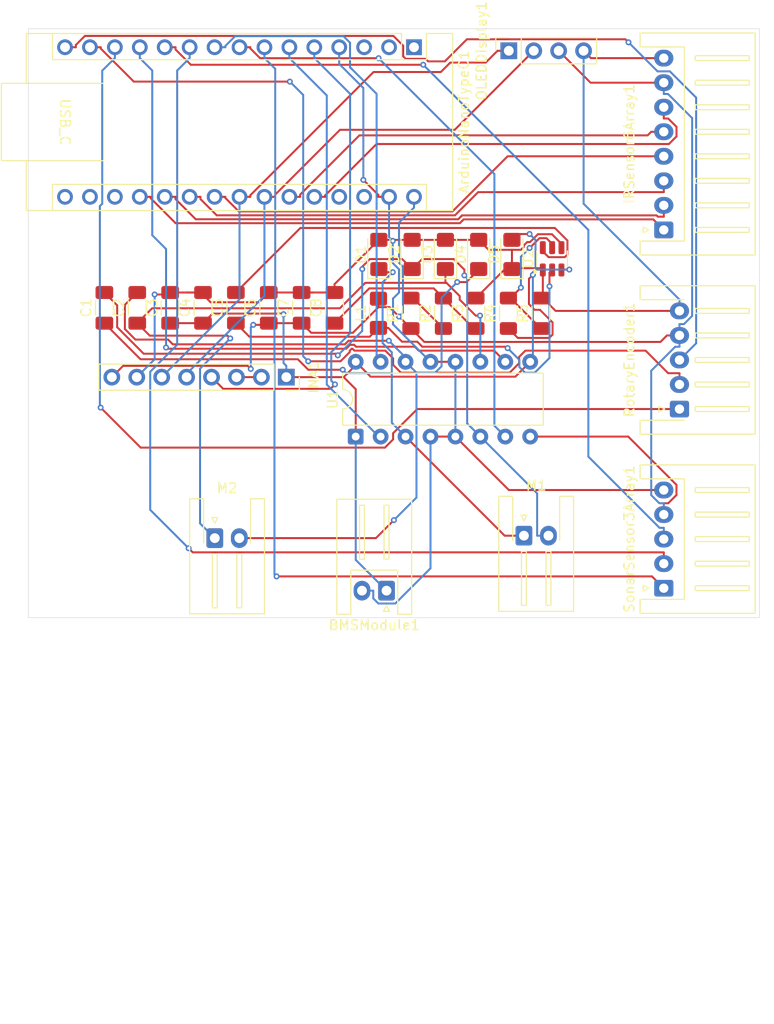
<source format=kicad_pcb>
(kicad_pcb (version 20241229) (generator "pcbnew") (generator_version "9.0")
  (layers (0 "F.Cu" signal) (2 "B.Cu" signal) (13 "F.Paste" user) (15 "B.Paste" user) (5 "F.SilkS" user "F.Silkscreen") (7 "B.SilkS" user "B.Silkscreen") (1 "F.Mask" user) (3 "B.Mask" user) (25 "Edge.Cuts" user))
  (net 0 "")
  (net 1 "/IR6")
  (net 2 "/S2")
  (net 3 "/RE_CLK")
  (net 4 "/IR5")
  (net 5 "/S3")
  (net 8 "/S1")
  (net 11 "/SCL")
  (net 12 "/RE_DT")
  (net 13 "/RE_SW")
  (net 14 "+5V")
  (net 15 "/IR3")
  (net 16 "/M2B")
  (net 18 "/M1A")
  (net 20 "GND")
  (net 21 "/IR4")
  (net 22 "/M1B")
  (net 23 "/IR2")
  (net 25 "/M2A")
  (net 26 "/IR1")
  (net 27 "/SDA")
  (net 28 "/Alert")
  (net 30 "+12V")
  (net 31 "Net-(D2-K)")
  (net 32 "Net-(D1-K)")
  (net 33 "Net-(D4-K)")
  (net 34 "Net-(D3-K)")
  (net 35 "Net-(U2-SW)")
  (net 36 "Net-(U2-BOOT)")
  (net 37 "Net-(C8-Pad1)")
  (net 38 "/12Vout")
  (net 39 "Net-(R1-Pad2)")
  (net 40 "Net-(U2-EN)")
  (footprint "Resistor_SMD:R_1206_3216Metric_Pad1.30x1.75mm_HandSolder" (layer "F.Cu") (at 142.55 53.745 90)
    (property "Reference" "R2")
    (property "Value" "100K")
  )
  (footprint "Diode_SMD:D_1206_3216Metric_Pad1.42x1.75mm_HandSolder" (layer "F.Cu") (at 139.36 47.75 90)
    (property "Reference" "D2")
    (property "Value" "1N4001")
  )
  (footprint "Connector_JST:JST_XH_S5B-XH-A-1_1x05_P2.50mm_Horizontal" (layer "F.Cu") (at 166.6 63.5 90)
    (property "Reference" "RotaryEncoder1")
    (property "Value" "~")
  )
  (footprint "Diode_SMD:D_1206_3216Metric_Pad1.42x1.75mm_HandSolder" (layer "F.Cu") (at 135.97 47.75 90)
    (property "Reference" "D1")
    (property "Value" "1N4001")
  )
  (footprint "Connector_PinSocket_2.54mm:PinSocket_1x08_P2.54mm_Vertical" (layer "F.Cu") (at 126.54 60.25 -90)
    (property "Reference" "INA1")
    (property "Value" "~")
  )
  (footprint "Capacitor_SMD:C_1206_3216Metric_Pad1.33x1.80mm_HandSolder" (layer "F.Cu") (at 108 53.1875 90)
    (property "Reference" "C1")
    (property "Value" "100nF")
  )
  (footprint "Inductor_SMD:L_1206_3216Metric_Pad1.42x1.75mm_HandSolder" (layer "F.Cu") (at 135.93 53.745 90)
    (property "Reference" "L1")
    (property "Value" "15uH")
  )
  (footprint "Capacitor_SMD:C_1206_3216Metric_Pad1.33x1.80mm_HandSolder" (layer "F.Cu") (at 131.45 53.1875 90)
    (property "Reference" "C8")
    (property "Value" "75pF")
  )
  (footprint "Capacitor_SMD:C_1206_3216Metric_Pad1.33x1.80mm_HandSolder" (layer "F.Cu") (at 124.75 53.1875 90)
    (property "Reference" "C6")
    (property "Value" "22uF")
  )
  (footprint "Connector_JST:JST_XH_S2B-XH-A_1x02_P2.50mm_Horizontal" (layer "F.Cu") (at 136.75 82 180)
    (property "Reference" "BMSModule1")
    (property "Value" "~")
  )
  (footprint "Connector_JST:JST_XH_S8B-XH-A_1x08_P2.50mm_Horizontal" (layer "F.Cu") (at 165 45.25 90)
    (property "Reference" "IRSensor6Array1")
    (property "Value" "~")
  )
  (footprint "Diode_SMD:D_1206_3216Metric_Pad1.42x1.75mm_HandSolder" (layer "F.Cu") (at 142.75 47.75 90)
    (property "Reference" "D3")
    (property "Value" "1N4001")
  )
  (footprint "Capacitor_SMD:C_1206_3216Metric_Pad1.33x1.80mm_HandSolder" (layer "F.Cu") (at 128.1 53.1875 90)
    (property "Reference" "C7")
    (property "Value" "22uF")
  )
  (footprint "Connector_JST:JST_XH_S2B-XH-A-1_1x02_P2.50mm_Horizontal" (layer "F.Cu") (at 150.75 76.4)
    (property "Reference" "M1")
    (property "Value" "Motor_DC")
  )
  (footprint "Connector_PinSocket_2.54mm:PinSocket_1x04_P2.54mm_Vertical" (layer "F.Cu") (at 149.21 27 90)
    (property "Reference" "OLEDDisplay1")
    (property "Value" "~")
  )
  (footprint "Diode_SMD:D_1206_3216Metric_Pad1.42x1.75mm_HandSolder" (layer "F.Cu") (at 146.14 47.75 90)
    (property "Reference" "D4")
    (property "Value" "1N4001")
  )
  (footprint "Resistor_SMD:R_1206_3216Metric_Pad1.30x1.75mm_HandSolder" (layer "F.Cu") (at 145.86 53.745 90)
    (property "Reference" "R3")
    (property "Value" "13.3K")
  )
  (footprint "Resistor_SMD:R_1206_3216Metric_Pad1.30x1.75mm_HandSolder" (layer "F.Cu") (at 139.24 53.745 90)
    (property "Reference" "R1")
    (property "Value" "49.9")
  )
  (footprint "Package_DIP:DIP-16_W7.62mm" (layer "F.Cu") (at 133.61 66.305 90)
    (property "Reference" "U1")
    (property "Value" "L293D")
  )
  (footprint "Resistor_SMD:R_1206_3216Metric_Pad1.30x1.75mm_HandSolder" (layer "F.Cu") (at 149.17 53.745 90)
    (property "Reference" "R4")
    (property "Value" "511K")
  )
  (footprint "Resistor_SMD:R_1206_3216Metric_Pad1.30x1.75mm_HandSolder" (layer "F.Cu") (at 152.48 53.745 90)
    (property "Reference" "R5")
    (property "Value" "105K")
  )
  (footprint "Package_TO_SOT_SMD:SOT-23-6" (layer "F.Cu") (at 153.625 48.195 90)
    (property "Reference" "U2")
    (property "Value" "TPS54202DDC")
  )
  (footprint "ArduinoNano:ArduinoNanoTypeC" (layer "F.Cu") (at 139.55 26.64 -90)
    (property "Reference" "ArduinoNanoTypeC1")
    (property "Value" "~")
  )
  (footprint "Connector_JST:JST_XH_S5B-XH-A_1x05_P2.50mm_Horizontal" (layer "F.Cu") (at 165 81.75 90)
    (property "Reference" "SonarSensor3Array1")
    (property "Value" "~")
  )
  (footprint "Capacitor_SMD:C_1206_3216Metric_Pad1.33x1.80mm_HandSolder" (layer "F.Cu") (at 111.35 53.1875 90)
    (property "Reference" "C2")
    (property "Value" "100nF")
  )
  (footprint "Capacitor_SMD:C_1206_3216Metric_Pad1.33x1.80mm_HandSolder" (layer "F.Cu") (at 121.4 53.1875 90)
    (property "Reference" "C5")
    (property "Value" "0.1uF")
  )
  (footprint "Connector_JST:JST_XH_S2B-XH-A-1_1x02_P2.50mm_Horizontal" (layer "F.Cu") (at 119.25 76.65)
    (property "Reference" "M2")
    (property "Value" "Motor_DC")
  )
  (footprint "Capacitor_SMD:C_1206_3216Metric_Pad1.33x1.80mm_HandSolder" (layer "F.Cu") (at 114.7 53.1875 90)
    (property "Reference" "C3")
    (property "Value" "10uF")
  )
  (footprint "Capacitor_SMD:C_1206_3216Metric_Pad1.33x1.80mm_HandSolder" (layer "F.Cu") (at 118.05 53.1875 90)
    (property "Reference" "C4")
    (property "Value" "0.1uF")
  )
  (footprint "Diode_SMD:D_1206_3216Metric_Pad1.42x1.75mm_HandSolder" (layer "F.Cu") (at 149.53 47.75 90)
    (property "Reference" "D5")
    (property "Value" "D")
  )
  (gr_rect (start 100.25 24.75) (end 174.75 84.75) (stroke (width 0.05)) (fill no) (layer "Edge.Cuts"))
  (segment (start 166.2981 35.7251) (end 166.2981 34.7481) (width 0.2) (layer "F.Cu") (net 1))
  (segment (start 135.734 36.5) (end 165.5232 36.5) (width 0.2) (layer "F.Cu") (net 1))
  (segment (start 165 32.75) (end 165 33.9017) (width 0.2) (layer "F.Cu") (net 1))
  (segment (start 166.2981 34.7481) (end 165.4517 33.9017) (width 0.2) (layer "F.Cu") (net 1))
  (segment (start 130.4917 41.7423) (end 135.734 36.5) (width 0.2) (layer "F.Cu") (net 1))
  (segment (start 129.39 41.88) (end 130.4917 41.88) (width 0.2) (layer "F.Cu") (net 1))
  (segment (start 165.5232 36.5) (end 166.2981 35.7251) (width 0.2) (layer "F.Cu") (net 1))
  (segment (start 130.4917 41.88) (end 130.4917 41.7423) (width 0.2) (layer "F.Cu") (net 1))
  (segment (start 165.4517 33.9017) (end 165 33.9017) (width 0.2) (layer "F.Cu") (net 1))
  (segment (start 165 78.0983) (end 116.9991 78.0983) (width 0.2) (layer "F.Cu") (net 2))
  (segment (start 165 79.25) (end 165 78.0983) (width 0.2) (layer "F.Cu") (net 2))
  (segment (start 116.9991 78.0983) (end 116.584 77.6832) (width 0.2) (layer "F.Cu") (net 2))
  (via (at 116.584 77.6832) (size 0.6) (drill 0.3) (layers "F.Cu" "B.Cu") (net 2))
  (segment (start 112.6729 73.7721) (end 112.6729 59.6984) (width 0.2) (layer "B.Cu") (net 2))
  (segment (start 112.6729 59.6984) (end 115.42 56.9513) (width 0.2) (layer "B.Cu") (net 2))
  (segment (start 116.69 26.64) (end 116.69 27.7417) (width 0.2) (layer "B.Cu") (net 2))
  (segment (start 115.42 56.9513) (end 115.42 29.0117) (width 0.2) (layer "B.Cu") (net 2))
  (segment (start 115.42 29.0117) (end 116.69 27.7417) (width 0.2) (layer "B.Cu") (net 2))
  (segment (start 116.584 77.6832) (end 112.6729 73.7721) (width 0.2) (layer "B.Cu") (net 2))
  (segment (start 136.5863 67.4272) (end 111.6975 67.4272) (width 0.2) (layer "F.Cu") (net 3))
  (segment (start 137.4201 65.9612) (end 137.4201 66.5934) (width 0.2) (layer "F.Cu") (net 3))
  (segment (start 166.6 63.5) (end 139.8813 63.5) (width 0.2) (layer "F.Cu") (net 3))
  (segment (start 137.4201 66.5934) (end 136.5863 67.4272) (width 0.2) (layer "F.Cu") (net 3))
  (segment (start 139.8813 63.5) (end 137.4201 65.9612) (width 0.2) (layer "F.Cu") (net 3))
  (segment (start 111.6975 67.4272) (end 107.62 63.3497) (width 0.2) (layer "F.Cu") (net 3))
  (via (at 107.62 63.3497) (size 0.6) (drill 0.3) (layers "F.Cu" "B.Cu") (net 3))
  (segment (start 107.5395 63.2692) (end 107.5395 42.8248) (width 0.2) (layer "B.Cu") (net 3))
  (segment (start 107.5395 42.8248) (end 107.7845 42.5798) (width 0.2) (layer "B.Cu") (net 3))
  (segment (start 107.62 63.3497) (end 107.5395 63.2692) (width 0.2) (layer "B.Cu") (net 3))
  (segment (start 107.7845 29.0272) (end 109.07 27.7417) (width 0.2) (layer "B.Cu") (net 3))
  (segment (start 107.7845 42.5798) (end 107.7845 29.0272) (width 0.2) (layer "B.Cu") (net 3))
  (segment (start 109.07 26.64) (end 109.07 27.7417) (width 0.2) (layer "B.Cu") (net 3))
  (segment (start 133.9873 35.6182) (end 163.3551 35.6182) (width 0.2) (layer "F.Cu") (net 4))
  (segment (start 165 35.25) (end 163.7233 35.25) (width 0.2) (layer "F.Cu") (net 4))
  (segment (start 163.3551 35.6182) (end 163.7233 35.25) (width 0.2) (layer "F.Cu") (net 4))
  (segment (start 127.9517 41.6538) (end 133.9873 35.6182) (width 0.2) (layer "F.Cu") (net 4))
  (segment (start 126.85 41.88) (end 127.9517 41.88) (width 0.2) (layer "F.Cu") (net 4))
  (segment (start 127.9517 41.88) (end 127.9517 41.6538) (width 0.2) (layer "F.Cu") (net 4))
  (segment (start 116.8053 28.4219) (end 115.2517 26.8683) (width 0.2) (layer "F.Cu") (net 5))
  (segment (start 114.15 26.64) (end 115.2517 26.64) (width 0.2) (layer "F.Cu") (net 5))
  (segment (start 140.488 28.4219) (end 116.8053 28.4219) (width 0.2) (layer "F.Cu") (net 5))
  (segment (start 115.2517 26.8683) (end 115.2517 26.64) (width 0.2) (layer "F.Cu") (net 5))
  (via (at 140.488 28.4219) (size 0.6) (drill 0.3) (layers "F.Cu" "B.Cu") (net 5))
  (segment (start 165 76.75) (end 165 75.5983) (width 0.2) (layer "B.Cu") (net 5))
  (segment (start 165 75.5983) (end 164.5681 75.5983) (width 0.2) (layer "B.Cu") (net 5))
  (segment (start 157.3166 45.2505) (end 140.488 28.4219) (width 0.2) (layer "B.Cu") (net 5))
  (segment (start 164.5681 75.5983) (end 157.3166 68.3468) (width 0.2) (layer "B.Cu") (net 5))
  (segment (start 157.3166 68.3468) (end 157.3166 45.2505) (width 0.2) (layer "B.Cu") (net 5))
  (segment (start 125.548 80.5499) (end 163.7999 80.5499) (width 0.2) (layer "F.Cu") (net 8))
  (segment (start 163.7999 80.5499) (end 165 81.75) (width 0.2) (layer "F.Cu") (net 8))
  (via (at 125.548 80.5499) (size 0.6) (drill 0.3) (layers "F.Cu" "B.Cu") (net 8))
  (segment (start 124.31 26.64) (end 124.31 27.7417) (width 0.2) (layer "B.Cu") (net 8))
  (segment (start 124.31 27.7417) (end 125.4117 28.8434) (width 0.2) (layer "B.Cu") (net 8))
  (segment (start 125.3299 80.3318) (end 125.548 80.5499) (width 0.2) (layer "B.Cu") (net 8))
  (segment (start 125.3299 54.406) (end 125.3299 80.3318) (width 0.2) (layer "B.Cu") (net 8))
  (segment (start 125.4117 28.8434) (end 125.4117 54.3242) (width 0.2) (layer "B.Cu") (net 8))
  (segment (start 125.4117 54.3242) (end 125.3299 54.406) (width 0.2) (layer "B.Cu") (net 8))
  (segment (start 143.7 35.05) (end 132.0134 35.05) (width 0.2) (layer "F.Cu") (net 11))
  (segment (start 132.0134 35.05) (end 125.4117 41.6517) (width 0.2) (layer "F.Cu") (net 11))
  (segment (start 125.4117 41.6517) (end 125.4117 41.88) (width 0.2) (layer "F.Cu") (net 11))
  (segment (start 151.75 27) (end 143.7 35.05) (width 0.2) (layer "F.Cu") (net 11))
  (segment (start 124.31 41.88) (end 125.4117 41.88) (width 0.2) (layer "F.Cu") (net 11))
  (segment (start 116.38 59.9024) (end 116.38 60.25) (width 0.2) (layer "B.Cu") (net 11))
  (segment (start 124.31 51.9724) (end 116.38 59.9024) (width 0.2) (layer "B.Cu") (net 11))
  (segment (start 124.31 41.88) (end 124.31 51.9724) (width 0.2) (layer "B.Cu") (net 11))
  (segment (start 132.0651 58.6353) (end 132.998 57.7024) (width 0.2) (layer "F.Cu") (net 12))
  (segment (start 137.4201 58.3374) (end 137.4201 58.9999) (width 0.2) (layer "F.Cu") (net 12))
  (segment (start 150.2616 58.8315) (end 150.2616 58.1828) (width 0.2) (layer "F.Cu") (net 12))
  (segment (start 128.7714 58.6353) (end 132.0651 58.6353) (width 0.2) (layer "F.Cu") (net 12))
  (segment (start 149.2941 59.799) (end 150.2616 58.8315) (width 0.2) (layer "F.Cu") (net 12))
  (segment (start 166.6 61) (end 166.6 59.8483) (width 0.2) (layer "F.Cu") (net 12))
  (segment (start 110.9951 30.1411) (end 126.896 30.1411) (width 0.2) (layer "F.Cu") (net 12))
  (segment (start 132.998 57.7024) (end 132.998 57.5544) (width 0.2) (layer "F.Cu") (net 12))
  (segment (start 138.2192 59.799) (end 149.2941 59.799) (width 0.2) (layer "F.Cu") (net 12))
  (segment (start 165.4483 59.8483) (end 166.6 59.8483) (width 0.2) (layer "F.Cu") (net 12))
  (segment (start 107.6317 26.7777) (end 110.9951 30.1411) (width 0.2) (layer "F.Cu") (net 12))
  (segment (start 137.4201 58.9999) (end 138.2192 59.799) (width 0.2) (layer "F.Cu") (net 12))
  (segment (start 150.8956 57.5488) (end 163.1488 57.5488) (width 0.2) (layer "F.Cu") (net 12))
  (segment (start 132.998 57.5544) (end 133.198 57.3544) (width 0.2) (layer "F.Cu") (net 12))
  (segment (start 106.53 26.64) (end 107.6317 26.64) (width 0.2) (layer "F.Cu") (net 12))
  (segment (start 133.281 57.3544) (end 133.4752 57.5486) (width 0.2) (layer "F.Cu") (net 12))
  (segment (start 133.198 57.3544) (end 133.281 57.3544) (width 0.2) (layer "F.Cu") (net 12))
  (segment (start 163.1488 57.5488) (end 165.4483 59.8483) (width 0.2) (layer "F.Cu") (net 12))
  (segment (start 150.2616 58.1828) (end 150.8956 57.5488) (width 0.2) (layer "F.Cu") (net 12))
  (segment (start 133.4752 57.5486) (end 136.6313 57.5486) (width 0.2) (layer "F.Cu") (net 12))
  (segment (start 136.6313 57.5486) (end 137.4201 58.3374) (width 0.2) (layer "F.Cu") (net 12))
  (segment (start 107.6317 26.64) (end 107.6317 26.7777) (width 0.2) (layer "F.Cu") (net 12))
  (via (at 128.7714 58.6353) (size 0.6) (drill 0.3) (layers "F.Cu" "B.Cu") (net 12))
  (via (at 126.896 30.1411) (size 0.6) (drill 0.3) (layers "F.Cu" "B.Cu") (net 12))
  (segment (start 126.896 30.1411) (end 128.2615 31.5066) (width 0.2) (layer "B.Cu") (net 12))
  (segment (start 128.2615 31.5066) (end 128.2615 58.1254) (width 0.2) (layer "B.Cu") (net 12))
  (segment (start 128.2615 58.1254) (end 128.7714 58.6353) (width 0.2) (layer "B.Cu") (net 12))
  (segment (start 161.404 26.138) (end 161.0948 25.8288) (width 0.2) (layer "F.Cu") (net 13))
  (segment (start 137.4564 25.489) (end 106.0144 25.489) (width 0.2) (layer "F.Cu") (net 13))
  (segment (start 144.9402 25.8288) (end 142.6873 28.0817) (width 0.2) (layer "F.Cu") (net 13))
  (segment (start 138.4483 27.565) (end 138.4483 26.4809) (width 0.2) (layer "F.Cu") (net 13))
  (segment (start 142.6873 28.0817) (end 140.9987 28.0817) (width 0.2) (layer "F.Cu") (net 13))
  (segment (start 138.4483 26.4809) (end 137.4564 25.489) (width 0.2) (layer "F.Cu") (net 13))
  (segment (start 106.0144 25.489) (end 105.0917 26.4117) (width 0.2) (layer "F.Cu") (net 13))
  (segment (start 140.7372 27.8202) (end 138.7035 27.8202) (width 0.2) (layer "F.Cu") (net 13))
  (segment (start 138.7035 27.8202) (end 138.4483 27.565) (width 0.2) (layer "F.Cu") (net 13))
  (segment (start 140.9987 28.0817) (end 140.7372 27.8202) (width 0.2) (layer "F.Cu") (net 13))
  (segment (start 105.0917 26.4117) (end 105.0917 26.64) (width 0.2) (layer "F.Cu") (net 13))
  (segment (start 103.99 26.64) (end 105.0917 26.64) (width 0.2) (layer "F.Cu") (net 13))
  (segment (start 161.0948 25.8288) (end 144.9402 25.8288) (width 0.2) (layer "F.Cu") (net 13))
  (via (at 161.404 26.138) (size 0.6) (drill 0.3) (layers "F.Cu" "B.Cu") (net 13))
  (segment (start 164.3643 29.0983) (end 161.404 26.138) (width 0.2) (layer "B.Cu") (net 13))
  (segment (start 165.6225 29.0983) (end 164.3643 29.0983) (width 0.2) (layer "B.Cu") (net 13))
  (segment (start 168.2977 31.7735) (end 165.6225 29.0983) (width 0.2) (layer "B.Cu") (net 13))
  (segment (start 168.2977 56.8023) (end 168.2977 31.7735) (width 0.2) (layer "B.Cu") (net 13))
  (segment (start 166.6 58.5) (end 168.2977 56.8023) (width 0.2) (layer "B.Cu") (net 13))
  (segment (start 122.6035 59.0983) (end 122.9168 59.4116) (width 0.2) (layer "F.Cu") (net 14))
  (segment (start 137.0656 53.1206) (end 135.93 53.1206) (width 0.2) (layer "F.Cu") (net 14))
  (segment (start 135.93 52.2575) (end 135.93 53.1206) (width 0.2) (layer "F.Cu") (net 14))
  (segment (start 154.29 27) (end 157.54 30.25) (width 0.2) (layer "F.Cu") (net 14))
  (segment (start 139.24 55.295) (end 140.6073 56.6623) (width 0.2) (layer "F.Cu") (net 14))
  (segment (start 133.3215 55.7291) (end 129.0791 55.7291) (width 0.2) (layer "F.Cu") (net 14))
  (segment (start 109.9117 59.0983) (end 122.6035 59.0983) (width 0.2) (layer "F.Cu") (net 14))
  (segment (start 157.54 30.25) (end 165 30.25) (width 0.2) (layer "F.Cu") (net 14))
  (segment (start 135.93 53.1206) (end 133.3215 55.7291) (width 0.2) (layer "F.Cu") (net 14))
  (segment (start 151.39 66.305) (end 161.3793 66.305) (width 0.2) (layer "F.Cu") (net 14))
  (segment (start 129.0791 55.7291) (end 128.1 54.75) (width 0.2) (layer "F.Cu") (net 14))
  (segment (start 128.1 54.75) (end 124.75 54.75) (width 0.2) (layer "F.Cu") (net 14))
  (segment (start 123.1713 54.919) (end 124.581 54.919) (width 0.2) (layer "F.Cu") (net 14))
  (segment (start 161.3793 66.305) (end 166.2937 71.2194) (width 0.2) (layer "F.Cu") (net 14))
  (segment (start 138.0207 54.0757) (end 139.24 55.295) (width 0.2) (layer "F.Cu") (net 14))
  (segment (start 124.581 54.919) (end 124.75 54.75) (width 0.2) (layer "F.Cu") (net 14))
  (segment (start 166.2937 71.2194) (end 166.2937 72.2563) (width 0.2) (layer "F.Cu") (net 14))
  (segment (start 165.4517 73.0983) (end 165 73.0983) (width 0.2) (layer "F.Cu") (net 14))
  (segment (start 140.6073 56.6623) (end 164.661 56.6623) (width 0.2) (layer "F.Cu") (net 14))
  (segment (start 138.0207 54.0757) (end 137.0656 53.1206) (width 0.2) (layer "F.Cu") (net 14))
  (segment (start 108.76 60.25) (end 109.9117 59.0983) (width 0.2) (layer "F.Cu") (net 14))
  (segment (start 166.6 56) (end 165.3233 56) (width 0.2) (layer "F.Cu") (net 14))
  (segment (start 166.2937 72.2563) (end 165.4517 73.0983) (width 0.2) (layer "F.Cu") (net 14))
  (segment (start 164.661 56.6623) (end 165.3233 56) (width 0.2) (layer "F.Cu") (net 14))
  (segment (start 165 74.25) (end 165 73.0983) (width 0.2) (layer "F.Cu") (net 14))
  (via (at 122.9168 59.4116) (size 0.6) (drill 0.3) (layers "F.Cu" "B.Cu") (net 14))
  (via (at 123.1713 54.919) (size 0.6) (drill 0.3) (layers "F.Cu" "B.Cu") (net 14))
  (via (at 138.0207 54.0757) (size 0.6) (drill 0.3) (layers "F.Cu" "B.Cu") (net 14))
  (segment (start 138.0207 54.0757) (end 138.4224 53.674) (width 0.2) (layer "B.Cu") (net 14))
  (segment (start 164.5483 73.0983) (end 165 73.0983) (width 0.2) (layer "B.Cu") (net 14))
  (segment (start 138.0222 44.5095) (end 139.55 42.9817) (width 0.2) (layer "B.Cu") (net 14))
  (segment (start 166.6 56) (end 166.6 57.1517) (width 0.2) (layer "B.Cu") (net 14))
  (segment (start 167.8937 33.8635) (end 167.8937 54.0063) (width 0.2) (layer "B.Cu") (net 14))
  (segment (start 166.1681 57.1517) (end 163.7233 59.5965) (width 0.2) (layer "B.Cu") (net 14))
  (segment (start 165 31.4017) (end 165.4319 31.4017) (width 0.2) (layer "B.Cu") (net 14))
  (segment (start 138.187 48.7585) (end 138.0222 48.5937) (width 0.2) (layer "B.Cu") (net 14))
  (segment (start 122.9168 55.1735) (end 123.1713 54.919) (width 0.2) (layer "B.Cu") (net 14))
  (segment (start 138.187 48.7585) (end 138.0222 48.5937) (width 0.2) (layer "B.Cu") (net 14))
  (segment (start 163.7233 72.2733) (end 164.5483 73.0983) (width 0.2) (layer "B.Cu") (net 14))
  (segment (start 138.4224 53.674) (end 138.4224 48.9939) (width 0.2) (layer "B.Cu") (net 14))
  (segment (start 122.9168 59.4116) (end 122.9168 55.1735) (width 0.2) (layer "B.Cu") (net 14))
  (segment (start 167.8937 54.0063) (end 167.0517 54.8483) (width 0.2) (layer "B.Cu") (net 14))
  (segment (start 138.4224 48.9939) (end 138.187 48.7585) (width 0.2) (layer "B.Cu") (net 14))
  (segment (start 165 74.25) (end 165 73.0983) (width 0.2) (layer "B.Cu") (net 14))
  (segment (start 165.4319 31.4017) (end 167.8937 33.8635) (width 0.2) (layer "B.Cu") (net 14))
  (segment (start 166.6 57.1517) (end 166.1681 57.1517) (width 0.2) (layer "B.Cu") (net 14))
  (segment (start 139.55 41.88) (end 139.55 42.9817) (width 0.2) (layer "B.Cu") (net 14))
  (segment (start 167.0517 54.8483) (end 166.6 54.8483) (width 0.2) (layer "B.Cu") (net 14))
  (segment (start 163.7233 59.5965) (end 163.7233 72.2733) (width 0.2) (layer "B.Cu") (net 14))
  (segment (start 138.0222 48.5937) (end 138.0222 44.5095) (width 0.2) (layer "B.Cu") (net 14))
  (segment (start 166.6 56) (end 166.6 54.8483) (width 0.2) (layer "B.Cu") (net 14))
  (segment (start 165 30.25) (end 165 31.4017) (width 0.2) (layer "B.Cu") (net 14))
  (segment (start 143.7192 43.7641) (end 119.4475 43.7641) (width 0.2) (layer "F.Cu") (net 15))
  (segment (start 165 41.4017) (end 146.0816 41.4017) (width 0.2) (layer "F.Cu") (net 15))
  (segment (start 146.0816 41.4017) (end 143.7192 43.7641) (width 0.2) (layer "F.Cu") (net 15))
  (segment (start 119.4475 43.7641) (end 117.7917 42.1083) (width 0.2) (layer "F.Cu") (net 15))
  (segment (start 117.7917 42.1083) (end 117.7917 41.88) (width 0.2) (layer "F.Cu") (net 15))
  (segment (start 165 40.25) (end 165 41.4017) (width 0.2) (layer "F.Cu") (net 15))
  (segment (start 116.69 41.88) (end 117.7917 41.88) (width 0.2) (layer "F.Cu") (net 15))
  (segment (start 132.7963 57.1881) (end 132.63 57.3544) (width 0.2) (layer "F.Cu") (net 16))
  (segment (start 140.0236 57.5486) (end 147.7136 57.5486) (width 0.2) (layer "F.Cu") (net 16))
  (segment (start 139.6219 57.1469) (end 140.0236 57.5486) (width 0.2) (layer "F.Cu") (net 16))
  (segment (start 147.7136 57.5486) (end 148.85 58.685) (width 0.2) (layer "F.Cu") (net 16))
  (segment (start 132.7963 57.1881) (end 133.0317 56.9527) (width 0.2) (layer "F.Cu") (net 16))
  (segment (start 114.4095 57.3544) (end 114.2857 57.2306) (width 0.2) (layer "F.Cu") (net 16))
  (segment (start 132.63 57.3544) (end 114.4095 57.3544) (width 0.2) (layer "F.Cu") (net 16))
  (segment (start 133.4473 56.9527) (end 133.6415 57.1469) (width 0.2) (layer "F.Cu") (net 16))
  (segment (start 133.0317 56.9527) (end 133.4473 56.9527) (width 0.2) (layer "F.Cu") (net 16))
  (segment (start 133.6415 57.1469) (end 139.6219 57.1469) (width 0.2) (layer "F.Cu") (net 16))
  (segment (start 132.7963 57.1881) (end 132.63 57.3544) (width 0.2) (layer "F.Cu") (net 16))
  (via (at 114.2857 57.2306) (size 0.6) (drill 0.3) (layers "F.Cu" "B.Cu") (net 16))
  (segment (start 114.2857 47.1992) (end 112.88 45.7935) (width 0.2) (layer "B.Cu") (net 16))
  (segment (start 112.88 29.0117) (end 111.61 27.7417) (width 0.2) (layer "B.Cu") (net 16))
  (segment (start 114.2857 57.2306) (end 114.2857 47.1992) (width 0.2) (layer "B.Cu") (net 16))
  (segment (start 111.61 26.64) (end 111.61 27.7417) (width 0.2) (layer "B.Cu") (net 16))
  (segment (start 112.88 45.7935) (end 112.88 29.0117) (width 0.2) (layer "B.Cu") (net 16))
  (segment (start 126.85 27.7417) (end 130.6585 31.5502) (width 0.2) (layer "B.Cu") (net 18))
  (segment (start 126.85 26.64) (end 126.85 27.7417) (width 0.2) (layer "B.Cu") (net 18))
  (segment (start 130.6585 31.5502) (end 130.6585 61.0042) (width 0.2) (layer "B.Cu") (net 18))
  (segment (start 130.6585 61.0042) (end 135.9593 66.305) (width 0.2) (layer "B.Cu") (net 18))
  (segment (start 135.9593 66.305) (end 136.15 66.305) (width 0.2) (layer "B.Cu") (net 18))
  (segment (start 148.8175 49.2375) (end 149.53 49.2375) (width 0.2) (layer "F.Cu") (net 20))
  (segment (start 152.675 52.195) (end 152.675 49.3325) (width 0.2) (layer "F.Cu") (net 20))
  (segment (start 131.45 50.7825) (end 135.97 46.2625) (width 0.2) (layer "F.Cu") (net 20))
  (segment (start 149.53 49.1505) (end 152.493 49.1505) (width 0.2) (layer "F.Cu") (net 20))
  (segment (start 150.7282 46.8409) (end 150.7282 46.9875) (width 0.2) (layer "F.Cu") (net 20))
  (segment (start 145.86 52.195) (end 148.8175 49.2375) (width 0.2) (layer "F.Cu") (net 20))
  (segment (start 131.45 51.625) (end 131.45 50.7825) (width 0.2) (layer "F.Cu") (net 20))
  (segment (start 154.575 47.0575) (end 154.575 46.6597) (width 0.2) (layer "F.Cu") (net 20))
  (segment (start 154.575 46.6597) (end 153.6063 45.691) (width 0.2) (layer "F.Cu") (net 20))
  (segment (start 135.9083 41.88) (end 135.9083 41.6775) (width 0.2) (layer "F.Cu") (net 20))
  (segment (start 149.53 49.1505) (end 149.53 47.2777) (width 0.2) (layer "F.Cu") (net 20))
  (segment (start 149.53 49.2375) (end 149.53 49.1505) (width 0.2) (layer "F.Cu") (net 20))
  (segment (start 137.3841 46.2625) (end 139.36 46.2625) (width 0.2) (layer "F.Cu") (net 20))
  (segment (start 113.1226 51.8289) (end 114.4961 51.8289) (width 0.2) (layer "F.Cu") (net 20))
  (segment (start 134.3889 40.1581) (end 134.1851 40.1581) (width 0.2) (layer "F.Cu") (net 20))
  (segment (start 166.6 53.5) (end 153.98 53.5) (width 0.2) (layer "F.Cu") (net 20))
  (segment (start 137.01 41.88) (end 135.9083 41.88) (width 0.2) (layer "F.Cu") (net 20))
  (segment (start 152.1692 45.691) (end 151.3719 46.4883) (width 0.2) (layer "F.Cu") (net 20))
  (segment (start 142.75 46.2625) (end 139.36 46.2625) (width 0.2) (layer "F.Cu") (net 20))
  (segment (start 116.375 51.625) (end 114.7 51.625) (width 0.2) (layer "F.Cu") (net 20))
  (segment (start 118.8257 52.6216) (end 123.7534 52.6216) (width 0.2) (layer "F.Cu") (net 20))
  (segment (start 150.438 47.2777) (end 149.53 47.2777) (width 0.2) (layer "F.Cu") (net 20))
  (segment (start 165 27.75) (end 157.58 27.75) (width 0.2) (layer "F.Cu") (net 20))
  (segment (start 129.2804 51.625) (end 128.1 51.625) (width 0.2) (layer "F.Cu") (net 20))
  (segment (start 143.77 58.685) (end 141.23 58.685) (width 0.2) (layer "F.Cu") (net 20))
  (segment (start 149.53 47.2777) (end 147.1552 47.2777) (width 0.2) (layer "F.Cu") (net 20))
  (segment (start 150.7282 46.9875) (end 150.438 47.2777) (width 0.2) (layer "F.Cu") (net 20))
  (segment (start 131.45 51.625) (end 129.2804 51.625) (width 0.2) (layer "F.Cu") (net 20))
  (segment (start 153.6063 45.691) (end 152.1692 45.691) (width 0.2) (layer "F.Cu") (net 20))
  (segment (start 137.3841 46.2625) (end 137.3841 46.3684) (width 0.2) (layer "F.Cu") (net 20))
  (segment (start 118.05 51.625) (end 116.375 51.625) (width 0.2) (layer "F.Cu") (net 20))
  (segment (start 157.58 27.75) (end 156.83 27) (width 0.2) (layer "F.Cu") (net 20))
  (segment (start 114.4961 51.8289) (end 114.7 51.625) (width 0.2) (layer "F.Cu") (net 20))
  (segment (start 143.77 66.305) (end 141.23 66.305) (width 0.2) (layer "F.Cu") (net 20))
  (segment (start 134.1851 40.1581) (end 134.3889 40.1581) (width 0.2) (layer "F.Cu") (net 20))
  (segment (start 123.7534 52.6216) (end 124.75 51.625) (width 0.2) (layer "F.Cu") (net 20))
  (segment (start 151.0808 46.4883) (end 150.7282 46.8409) (width 0.2) (layer "F.Cu") (net 20))
  (segment (start 149.215 71.75) (end 143.77 66.305) (width 0.2) (layer "F.Cu") (net 20))
  (segment (start 147.1552 47.2777) (end 146.14 46.2625) (width 0.2) (layer "F.Cu") (net 20))
  (segment (start 135.97 46.2625) (end 137.3841 46.2625) (width 0.2) (layer "F.Cu") (net 20))
  (segment (start 116.375 51.625) (end 117.8291 51.625) (width 0.2) (layer "F.Cu") (net 20))
  (segment (start 146.14 46.2625) (end 142.75 46.2625) (width 0.2) (layer "F.Cu") (net 20))
  (segment (start 129.2804 51.625) (end 124.75 51.625) (width 0.2) (layer "F.Cu") (net 20))
  (segment (start 152.675 52.195) (end 152.48 52.195) (width 0.2) (layer "F.Cu") (net 20))
  (segment (start 117.8291 51.625) (end 118.8257 52.6216) (width 0.2) (layer "F.Cu") (net 20))
  (segment (start 152.493 49.1505) (end 152.675 49.3325) (width 0.2) (layer "F.Cu") (net 20))
  (segment (start 151.3719 46.4883) (end 151.0808 46.4883) (width 0.2) (layer "F.Cu") (net 20))
  (segment (start 135.9083 41.6775) (end 134.3889 40.1581) (width 0.2) (layer "F.Cu") (net 20))
  (segment (start 165 71.75) (end 149.215 71.75) (width 0.2) (layer "F.Cu") (net 20))
  (segment (start 153.98 53.5) (end 152.675 52.195) (width 0.2) (layer "F.Cu") (net 20))
  (via (at 134.3889 40.1581) (size 0.6) (drill 0.3) (layers "F.Cu" "B.Cu") (net 20))
  (via (at 113.1226 51.8289) (size 0.6) (drill 0.3) (layers "F.Cu" "B.Cu") (net 20))
  (via (at 137.3841 46.3684) (size 0.6) (drill 0.3) (layers "F.Cu" "B.Cu") (net 20))
  (segment (start 134.3889 40.1581) (end 134.3889 30.8025) (width 0.2) (layer "B.Cu") (net 20))
  (segment (start 137.3841 46.3684) (end 137.3841 48.6238) (width 0.2) (layer "B.Cu") (net 20))
  (segment (start 135.4017 82.7918) (end 135.9219 83.312) (width 0.2) (layer "B.Cu") (net 20))
  (segment (start 137.01 45.9943) (end 137.01 41.88) (width 0.2) (layer "B.Cu") (net 20))
  (segment (start 156.83 27) (end 156.83 42.5783) (width 0.2) (layer "B.Cu") (net 20))
  (segment (start 113.1226 51.8289) (end 113.1226 58.4274) (width 0.2) (layer "B.Cu") (net 20))
  (segment (start 134.3889 30.8025) (end 131.93 28.3436) (width 0.2) (layer "B.Cu") (net 20))
  (segment (start 113.1226 58.4274) (end 111.3 60.25) (width 0.2) (layer "B.Cu") (net 20))
  (segment (start 131.93 28.3436) (end 131.93 26.64) (width 0.2) (layer "B.Cu") (net 20))
  (segment (start 137.3841 48.6238) (end 138.0207 49.2604) (width 0.2) (layer "B.Cu") (net 20))
  (segment (start 135.4017 82) (end 135.4017 82.7918) (width 0.2) (layer "B.Cu") (net 20))
  (segment (start 143.77 58.685) (end 143.77 66.305) (width 0.2) (layer "B.Cu") (net 20))
  (segment (start 141.23 79.7267) (end 141.23 66.305) (width 0.2) (layer "B.Cu") (net 20))
  (segment (start 138.0207 49.2604) (end 138.0207 51.6353) (width 0.2) (layer "B.Cu") (net 20))
  (segment (start 134.1851 40.1581) (end 134.3889 40.1581) (width 0.2) (layer "B.Cu") (net 20))
  (segment (start 135.9219 83.312) (end 137.6447 83.312) (width 0.2) (layer "B.Cu") (net 20))
  (segment (start 134.25 82) (end 135.4017 82) (width 0.2) (layer "B.Cu") (net 20))
  (segment (start 137.6447 83.312) (end 141.23 79.7267) (width 0.2) (layer "B.Cu") (net 20))
  (segment (start 137.4108 52.2452) (end 137.4108 54.8658) (width 0.2) (layer "B.Cu") (net 20))
  (segment (start 137.4108 54.8658) (end 141.23 58.685) (width 0.2) (layer "B.Cu") (net 20))
  (segment (start 138.0207 51.6353) (end 137.4108 52.2452) (width 0.2) (layer "B.Cu") (net 20))
  (segment (start 156.83 42.5783) (end 166.6 52.3483) (width 0.2) (layer "B.Cu") (net 20))
  (segment (start 166.6 53.5) (end 166.6 52.3483) (width 0.2) (layer "B.Cu") (net 20))
  (segment (start 134.3889 40.1581) (end 134.1851 40.1581) (width 0.2) (layer "B.Cu") (net 20))
  (segment (start 137.3841 46.3684) (end 137.01 45.9943) (width 0.2) (layer "B.Cu") (net 20))
  (segment (start 165 37.75) (end 149.0878 37.75) (width 0.2) (layer "F.Cu") (net 21))
  (segment (start 143.4754 43.3624) (end 121.6943 43.3624) (width 0.2) (layer "F.Cu") (net 21))
  (segment (start 121.6943 43.3624) (end 120.3317 41.9998) (width 0.2) (layer "F.Cu") (net 21))
  (segment (start 120.3317 41.9998) (end 120.3317 41.88) (width 0.2) (layer "F.Cu") (net 21))
  (segment (start 119.23 41.88) (end 120.3317 41.88) (width 0.2) (layer "F.Cu") (net 21))
  (segment (start 149.0878 37.75) (end 143.4754 43.3624) (width 0.2) (layer "F.Cu") (net 21))
  (segment (start 123.8707 27.7588) (end 122.8717 26.7598) (width 0.2) (layer "F.Cu") (net 22))
  (segment (start 135.9388 27.7588) (end 123.8707 27.7588) (width 0.2) (layer "F.Cu") (net 22))
  (segment (start 122.8717 26.7598) (end 122.8717 26.64) (width 0.2) (layer "F.Cu") (net 22))
  (segment (start 121.77 26.64) (end 122.8717 26.64) (width 0.2) (layer "F.Cu") (net 22))
  (via (at 135.9388 27.7588) (size 0.6) (drill 0.3) (layers "F.Cu" "B.Cu") (net 22))
  (segment (start 147.7419 65.1969) (end 147.7419 39.5619) (width 0.2) (layer "B.Cu") (net 22))
  (segment (start 147.7419 39.5619) (end 135.9388 27.7588) (width 0.2) (layer "B.Cu") (net 22))
  (segment (start 148.85 66.305) (end 147.7419 65.1969) (width 0.2) (layer "B.Cu") (net 22))
  (segment (start 117.3092 44.1658) (end 115.2517 42.1083) (width 0.2) (layer "F.Cu") (net 23))
  (segment (start 165 43.9017) (end 164.3979 43.9017) (width 0.2) (layer "F.Cu") (net 23))
  (segment (start 144.2857 43.9319) (end 144.4465 43.7711) (width 0.2) (layer "F.Cu") (net 23))
  (segment (start 114.15 41.88) (end 115.2517 41.88) (width 0.2) (layer "F.Cu") (net 23))
  (segment (start 165 42.75) (end 165 43.9017) (width 0.2) (layer "F.Cu") (net 23))
  (segment (start 144.2857 43.9319) (end 144.0518 44.1658) (width 0.2) (layer "F.Cu") (net 23))
  (segment (start 144.0518 44.1658) (end 117.3092 44.1658) (width 0.2) (layer "F.Cu") (net 23))
  (segment (start 144.2857 43.9319) (end 144.4465 43.7711) (width 0.2) (layer "F.Cu") (net 23))
  (segment (start 115.2517 42.1083) (end 115.2517 41.88) (width 0.2) (layer "F.Cu") (net 23))
  (segment (start 164.3979 43.9017) (end 164.2673 43.7711) (width 0.2) (layer "F.Cu") (net 23))
  (segment (start 164.2673 43.7711) (end 144.4465 43.7711) (width 0.2) (layer "F.Cu") (net 23))
  (segment (start 133.198 28.8434) (end 133.0317 28.6771) (width 0.2) (layer "B.Cu") (net 25))
  (segment (start 121.321 25.513) (end 120.3317 26.5023) (width 0.2) (layer "B.Cu") (net 25))
  (segment (start 132.3611 25.513) (end 121.321 25.513) (width 0.2) (layer "B.Cu") (net 25))
  (segment (start 135.7385 58.2735) (end 135.7385 31.3839) (width 0.2) (layer "B.Cu") (net 25))
  (segment (start 135.7385 31.3839) (end 133.198 28.8434) (width 0.2) (layer "B.Cu") (net 25))
  (segment (start 119.23 26.64) (end 120.3317 26.64) (width 0.2) (layer "B.Cu") (net 25))
  (segment (start 133.0317 28.6771) (end 133.0317 26.1836) (width 0.2) (layer "B.Cu") (net 25))
  (segment (start 136.15 58.685) (end 135.7385 58.2735) (width 0.2) (layer "B.Cu") (net 25))
  (segment (start 133.0317 26.1836) (end 132.3611 25.513) (width 0.2) (layer "B.Cu") (net 25))
  (segment (start 120.3317 26.5023) (end 120.3317 26.64) (width 0.2) (layer "B.Cu") (net 25))
  (segment (start 133.198 28.8434) (end 133.0317 28.6771) (width 0.2) (layer "B.Cu") (net 25))
  (segment (start 163.9282 44.1782) (end 144.6074 44.1782) (width 0.2) (layer "F.Cu") (net 26))
  (segment (start 144.452 44.3336) (end 144.2166 44.569) (width 0.2) (layer "F.Cu") (net 26))
  (segment (start 115.263 44.569) (end 112.7117 42.0177) (width 0.2) (layer "F.Cu") (net 26))
  (segment (start 144.452 44.3336) (end 144.6074 44.1782) (width 0.2) (layer "F.Cu") (net 26))
  (segment (start 165 45.25) (end 163.9282 44.1782) (width 0.2) (layer "F.Cu") (net 26))
  (segment (start 111.61 41.88) (end 112.7117 41.88) (width 0.2) (layer "F.Cu") (net 26))
  (segment (start 144.2166 44.569) (end 115.263 44.569) (width 0.2) (layer "F.Cu") (net 26))
  (segment (start 112.7117 42.0177) (end 112.7117 41.88) (width 0.2) (layer "F.Cu") (net 26))
  (segment (start 144.452 44.3336) (end 144.6074 44.1782) (width 0.2) (layer "F.Cu") (net 26))
  (segment (start 122.8717 41.88) (end 122.8717 41.7209) (width 0.2) (layer "F.Cu") (net 27))
  (segment (start 135.4287 29.1639) (end 142.2868 29.1639) (width 0.2) (layer "F.Cu") (net 27))
  (segment (start 143.1327 28.318) (end 143.2481 28.2026) (width 0.2) (layer "F.Cu") (net 27))
  (segment (start 143.1327 28.318) (end 143.2481 28.2026) (width 0.2) (layer "F.Cu") (net 27))
  (segment (start 149.21 27) (end 148.0583 27) (width 0.2) (layer "F.Cu") (net 27))
  (segment (start 143.2481 28.2026) (end 146.8557 28.2026) (width 0.2) (layer "F.Cu") (net 27))
  (segment (start 142.2868 29.1639) (end 143.1327 28.318) (width 0.2) (layer "F.Cu") (net 27))
  (segment (start 121.77 41.88) (end 122.8717 41.88) (width 0.2) (layer "F.Cu") (net 27))
  (segment (start 122.8717 41.7209) (end 135.4287 29.1639) (width 0.2) (layer "F.Cu") (net 27))
  (segment (start 146.8557 28.2026) (end 148.0583 27) (width 0.2) (layer "F.Cu") (net 27))
  (segment (start 121.77 52.32) (end 113.84 60.25) (width 0.2) (layer "B.Cu") (net 27))
  (segment (start 121.77 41.88) (end 121.77 52.32) (width 0.2) (layer "B.Cu") (net 27))
  (segment (start 131.0479 61.4378) (end 120.1078 61.4378) (width 0.2) (layer "F.Cu") (net 28))
  (segment (start 131.4954 60.9903) (end 131.0479 61.4378) (width 0.2) (layer "F.Cu") (net 28))
  (segment (start 120.1078 61.4378) (end 118.92 60.25) (width 0.2) (layer "F.Cu") (net 28))
  (via (at 131.4954 60.9903) (size 0.6) (drill 0.3) (layers "F.Cu" "B.Cu") (net 28))
  (segment (start 133.0392 31.3909) (end 133.0392 55.7751) (width 0.2) (layer "B.Cu") (net 28))
  (segment (start 129.39 27.7417) (end 133.0392 31.3909) (width 0.2) (layer "B.Cu") (net 28))
  (segment (start 129.39 26.64) (end 129.39 27.7417) (width 0.2) (layer "B.Cu") (net 28))
  (segment (start 133.0392 55.7751) (end 131.1225 57.6918) (width 0.2) (layer "B.Cu") (net 28))
  (segment (start 131.1225 60.6174) (end 131.4954 60.9903) (width 0.2) (layer "B.Cu") (net 28))
  (segment (start 131.1225 57.6918) (end 131.1225 60.6174) (width 0.2) (layer "B.Cu") (net 28))
  (segment (start 153.6683 54.6768) (end 152.3797 53.3882) (width 0.2) (layer "F.Cu") (net 30))
  (segment (start 119.0247 53.7753) (end 118.05 54.75) (width 0.2) (layer "F.Cu") (net 30))
  (segment (start 149.53 46.2625) (end 150.1236 45.6689) (width 0.2) (layer "F.Cu") (net 30))
  (segment (start 149.8743 60.2007) (end 151.39 58.685) (width 0.2) (layer "F.Cu") (net 30))
  (segment (start 150.1302 56.2552) (end 153.3263 56.2552) (width 0.2) (layer "F.Cu") (net 30))
  (segment (start 151.2624 50.2294) (end 151.6602 49.8316) (width 0.2) (layer "F.Cu") (net 30))
  (segment (start 126.1939 53.7753) (end 119.0247 53.7753) (width 0.2) (layer "F.Cu") (net 30))
  (segment (start 151.2624 52.807) (end 151.2624 50.2294) (width 0.2) (layer "F.Cu") (net 30))
  (segment (start 126.2549 53.8363) (end 126.1939 53.7753) (width 0.2) (layer "F.Cu") (net 30))
  (segment (start 154.6169 49.2906) (end 154.575 49.3325) (width 0.2) (layer "F.Cu") (net 30))
  (segment (start 153.6683 55.9132) (end 153.6683 54.6768) (width 0.2) (layer "F.Cu") (net 30))
  (segment (start 150.1236 45.6689) (end 151.3257 45.6689) (width 0.2) (layer "F.Cu") (net 30))
  (segment (start 149.17 55.295) (end 150.1302 56.2552) (width 0.2) (layer "F.Cu") (net 30))
  (segment (start 133.61 66.305) (end 133.61 61.475) (width 0.2) (layer "F.Cu") (net 30))
  (segment (start 151.8436 53.3882) (end 151.2624 52.807) (width 0.2) (layer "F.Cu") (net 30))
  (segment (start 135.1257 60.2007) (end 149.8743 60.2007) (width 0.2) (layer "F.Cu") (net 30))
  (segment (start 152.3797 53.3882) (end 151.8436 53.3882) (width 0.2) (layer "F.Cu") (net 30))
  (segment (start 132.385 60.25) (end 133.61 59.025) (width 0.2) (layer "F.Cu") (net 30))
  (segment (start 155.3774 49.2906) (end 154.6169 49.2906) (width 0.2) (layer "F.Cu") (net 30))
  (segment (start 133.61 61.475) (end 132.385 60.25) (width 0.2) (layer "F.Cu") (net 30))
  (segment (start 126.54 60.25) (end 132.385 60.25) (width 0.2) (layer "F.Cu") (net 30))
  (segment (start 153.3263 56.2552) (end 153.6683 55.9132) (width 0.2) (layer "F.Cu") (net 30))
  (segment (start 133.61 58.685) (end 135.1257 60.2007) (width 0.2) (layer "F.Cu") (net 30))
  (segment (start 118.05 54.75) (end 114.7 54.75) (width 0.2) (layer "F.Cu") (net 30))
  (segment (start 133.61 59.025) (end 133.61 58.685) (width 0.2) (layer "F.Cu") (net 30))
  (via (at 151.3257 45.6689) (size 0.6) (drill 0.3) (layers "F.Cu" "B.Cu") (net 30))
  (via (at 126.2549 53.8363) (size 0.6) (drill 0.3) (layers "F.Cu" "B.Cu") (net 30))
  (via (at 155.3774 49.2906) (size 0.6) (drill 0.3) (layers "F.Cu" "B.Cu") (net 30))
  (via (at 151.6602 49.8316) (size 0.6) (drill 0.3) (layers "F.Cu" "B.Cu") (net 30))
  (segment (start 151.6602 49.5609) (end 151.9316 49.2895) (width 0.2) (layer "B.Cu") (net 30))
  (segment (start 151.6602 49.8316) (end 151.6602 49.5609) (width 0.2) (layer "B.Cu") (net 30))
  (segment (start 126.54 59.0983) (end 126.2549 58.8132) (width 0.2) (layer "B.Cu") (net 30))
  (segment (start 136.75 82) (end 133.61 78.86) (width 0.2) (layer "B.Cu") (net 30))
  (segment (start 151.9316 49.2895) (end 155.3763 49.2895) (width 0.2) (layer "B.Cu") (net 30))
  (segment (start 155.3763 49.2895) (end 155.3774 49.2906) (width 0.2) (layer "B.Cu") (net 30))
  (segment (start 126.54 60.25) (end 126.54 59.0983) (width 0.2) (layer "B.Cu") (net 30))
  (segment (start 151.6602 58.4148) (end 151.39 58.685) (width 0.2) (layer "B.Cu") (net 30))
  (segment (start 126.2549 58.8132) (end 126.2549 53.8363) (width 0.2) (layer "B.Cu") (net 30))
  (segment (start 133.61 78.86) (end 133.61 66.305) (width 0.2) (layer "B.Cu") (net 30))
  (segment (start 151.6602 49.8316) (end 151.6602 58.4148) (width 0.2) (layer "B.Cu") (net 30))
  (segment (start 151.9316 49.2895) (end 151.9316 46.2748) (width 0.2) (layer "B.Cu") (net 30))
  (segment (start 151.9316 46.2748) (end 151.3257 45.6689) (width 0.2) (layer "B.Cu") (net 30))
  (segment (start 140.3752 48.2223) (end 139.36 49.2375) (width 0.2) (layer "F.Cu") (net 31))
  (segment (start 131.785 58.0279) (end 131.6187 57.8616) (width 0.2) (layer "F.Cu") (net 31))
  (segment (start 138.3448 48.2223) (end 139.36 49.2375) (width 0.2) (layer "F.Cu") (net 31))
  (segment (start 109.3038 52.9288) (end 108 51.625) (width 0.2) (layer "F.Cu") (net 31))
  (segment (start 134.2776 48.9956) (end 135.0509 48.2223) (width 0.2) (layer "F.Cu") (net 31))
  (segment (start 143.6042 48.2223) (end 140.3752 48.2223) (width 0.2) (layer "F.Cu") (net 31))
  (segment (start 144.684 49.3021) (end 143.6042 48.2223) (width 0.2) (layer "F.Cu") (net 31))
  (segment (start 135.0509 48.2223) (end 138.3448 48.2223) (width 0.2) (layer "F.Cu") (net 31))
  (segment (start 134.2776 49.2379) (end 134.2776 48.9956) (width 0.2) (layer "F.Cu") (net 31))
  (segment (start 131.6187 57.8616) (end 112.0052 57.8616) (width 0.2) (layer "F.Cu") (net 31))
  (segment (start 109.3038 55.1602) (end 109.3038 52.9288) (width 0.2) (layer "F.Cu") (net 31))
  (segment (start 144.684 49.8829) (end 144.684 49.3021) (width 0.2) (layer "F.Cu") (net 31))
  (segment (start 112.0052 57.8616) (end 109.3038 55.1602) (width 0.2) (layer "F.Cu") (net 31))
  (via (at 134.2776 49.2379) (size 0.6) (drill 0.3) (layers "F.Cu" "B.Cu") (net 31))
  (via (at 131.785 58.0279) (size 0.6) (drill 0.3) (layers "F.Cu" "B.Cu") (net 31))
  (via (at 144.684 49.8829) (size 0.6) (drill 0.3) (layers "F.Cu" "B.Cu") (net 31))
  (segment (start 144.9681 64.9631) (end 146.31 66.305) (width 0.2) (layer "B.Cu") (net 31))
  (segment (start 134.2776 55.5353) (end 134.2776 49.2379) (width 0.2) (layer "B.Cu") (net 31))
  (segment (start 131.785 58.0279) (end 134.2776 55.5353) (width 0.2) (layer "B.Cu") (net 31))
  (segment (start 144.684 49.8829) (end 144.9681 50.167) (width 0.2) (layer "B.Cu") (net 31))
  (segment (start 152.0983 76.4) (end 152.0983 72.0933) (width 0.2) (layer "B.Cu") (net 31))
  (segment (start 152.0983 72.0933) (end 146.31 66.305) (width 0.2) (layer "B.Cu") (net 31))
  (segment (start 153.25 76.4) (end 152.0983 76.4) (width 0.2) (layer "B.Cu") (net 31))
  (segment (start 144.9681 50.167) (end 144.9681 64.9631) (width 0.2) (layer "B.Cu") (net 31))
  (segment (start 127.7134 58.4281) (end 128.7802 59.4949) (width 0.2) (layer "F.Cu") (net 32))
  (segment (start 111.6781 58.4281) (end 127.7134 58.4281) (width 0.2) (layer "F.Cu") (net 32))
  (segment (start 150.75 76.4) (end 148.785 76.4) (width 0.2) (layer "F.Cu") (net 32))
  (segment (start 148.785 76.4) (end 138.69 66.305) (width 0.2) (layer "F.Cu") (net 32))
  (segment (start 128.7802 59.4949) (end 132.2892 59.4949) (width 0.2) (layer "F.Cu") (net 32))
  (segment (start 108 54.75) (end 111.6781 58.4281) (width 0.2) (layer "F.Cu") (net 32))
  (segment (start 137.3834 49.5604) (end 136.2929 49.5604) (width 0.2) (layer "F.Cu") (net 32))
  (segment (start 136.2929 49.5604) (end 135.97 49.2375) (width 0.2) (layer "F.Cu") (net 32))
  (via (at 137.3834 49.5604) (size 0.6) (drill 0.3) (layers "F.Cu" "B.Cu") (net 32))
  (via (at 132.2892 59.4949) (size 0.6) (drill 0.3) (layers "F.Cu" "B.Cu") (net 32))
  (segment (start 138.69 66.305) (end 137.2861 64.9011) (width 0.2) (layer "B.Cu") (net 32))
  (segment (start 136.3481 50.5957) (end 137.3834 49.5604) (width 0.2) (layer "B.Cu") (net 32))
  (segment (start 137.2861 59.8353) (end 132.6296 59.8353) (width 0.2) (layer "B.Cu") (net 32))
  (segment (start 137.2861 57.719) (end 136.3481 56.781) (width 0.2) (layer "B.Cu") (net 32))
  (segment (start 132.6296 59.8353) (end 132.2892 59.4949) (width 0.2) (layer "B.Cu") (net 32))
  (segment (start 137.2861 64.9011) (end 137.2861 59.8353) (width 0.2) (layer "B.Cu") (net 32))
  (segment (start 136.3481 56.781) (end 136.3481 50.5957) (width 0.2) (layer "B.Cu") (net 32))
  (segment (start 137.2861 59.8353) (end 137.2861 57.719) (width 0.2) (layer "B.Cu") (net 32))
  (segment (start 121.75 76.65) (end 135.6665 76.65) (width 0.2) (layer "F.Cu") (net 33))
  (segment (start 143.9542 50.5661) (end 144.8889 50.5661) (width 0.2) (layer "F.Cu") (net 33))
  (segment (start 114.9725 56.9079) (end 114.4873 56.4227) (width 0.2) (layer "F.Cu") (net 33))
  (segment (start 132.63 56.7864) (end 132.5085 56.9079) (width 0.2) (layer "F.Cu") (net 33))
  (segment (start 146.14 49.315) (end 146.14 49.2375) (width 0.2) (layer "F.Cu") (net 33))
  (segment (start 135.6665 76.65) (end 137.5 74.8165) (width 0.2) (layer "F.Cu") (net 33))
  (segment (start 132.8778 56.5386) (end 132.63 56.7864) (width 0.2) (layer "F.Cu") (net 33))
  (segment (start 132.63 56.7864) (end 132.5085 56.9079) (width 0.2) (layer "F.Cu") (net 33))
  (segment (start 114.4873 56.4227) (end 111.1638 56.4227) (width 0.2) (layer "F.Cu") (net 33))
  (segment (start 111.1638 56.4227) (end 110.0896 55.3485) (width 0.2) (layer "F.Cu") (net 33))
  (segment (start 110.0896 55.3485) (end 110.0896 52.8854) (width 0.2) (layer "F.Cu") (net 33))
  (segment (start 136.9847 56.5386) (end 132.8778 56.5386) (width 0.2) (layer "F.Cu") (net 33))
  (segment (start 110.0896 52.8854) (end 111.35 51.625) (width 0.2) (layer "F.Cu") (net 33))
  (segment (start 132.5085 56.9079) (end 114.9725 56.9079) (width 0.2) (layer "F.Cu") (net 33))
  (segment (start 144.8889 50.5661) (end 146.14 49.315) (width 0.2) (layer "F.Cu") (net 33))
  (via (at 136.9847 56.5386) (size 0.6) (drill 0.3) (layers "F.Cu" "B.Cu") (net 33))
  (via (at 143.9542 50.5661) (size 0.6) (drill 0.3) (layers "F.Cu" "B.Cu") (net 33))
  (via (at 137.5 74.8165) (size 0.6) (drill 0.3) (layers "F.Cu" "B.Cu") (net 33))
  (segment (start 142.3585 59.1425) (end 142.3585 52.1618) (width 0.2) (layer "B.Cu") (net 33))
  (segment (start 139.8012 72.5153) (end 139.8012 59.7962) (width 0.2) (layer "B.Cu") (net 33))
  (segment (start 141.7048 59.7962) (end 142.3585 59.1425) (width 0.2) (layer "B.Cu") (net 33))
  (segment (start 139.8012 59.7962) (end 141.7048 59.7962) (width 0.2) (layer "B.Cu") (net 33))
  (segment (start 139.8012 59.7962) (end 138.69 58.685) (width 0.2) (layer "B.Cu") (net 33))
  (segment (start 138.69 58.2439) (end 138.69 58.685) (width 0.2) (layer "B.Cu") (net 33))
  (segment (start 137.5 74.8165) (end 139.8012 72.5153) (width 0.2) (layer "B.Cu") (net 33))
  (segment (start 142.3585 52.1618) (end 143.9542 50.5661) (width 0.2) (layer "B.Cu") (net 33))
  (segment (start 136.9847 56.5386) (end 138.69 58.2439) (width 0.2) (layer "B.Cu") (net 33))
  (segment (start 112.8654 53.2346) (end 111.35 54.75) (width 0.2) (layer "F.Cu") (net 34))
  (segment (start 131.9926 53.2346) (end 112.8654 53.2346) (width 0.2) (layer "F.Cu") (net 34))
  (segment (start 144.205 52.3504) (end 145.8347 53.9801) (width 0.2) (layer "F.Cu") (net 34))
  (segment (start 120.542 56.021) (end 112.621 56.021) (width 0.2) (layer "F.Cu") (net 34))
  (segment (start 142.75 49.2375) (end 142.75 50.6412) (width 0.2) (layer "F.Cu") (net 34))
  (segment (start 142.75 50.6412) (end 142.8575 50.6412) (width 0.2) (layer "F.Cu") (net 34))
  (segment (start 144.205 51.9887) (end 144.205 52.3504) (width 0.2) (layer "F.Cu") (net 34))
  (segment (start 142.75 50.6412) (end 134.586 50.6412) (width 0.2) (layer "F.Cu") (net 34))
  (segment (start 142.8575 50.6412) (end 144.205 51.9887) (width 0.2) (layer "F.Cu") (net 34))
  (segment (start 120.8271 56.3061) (end 120.542 56.021) (width 0.2) (layer "F.Cu") (net 34))
  (segment (start 145.8347 53.9801) (end 146.2744 53.9801) (width 0.2) (layer "F.Cu") (net 34))
  (segment (start 112.621 56.021) (end 111.35 54.75) (width 0.2) (layer "F.Cu") (net 34))
  (segment (start 134.586 50.6412) (end 131.9926 53.2346) (width 0.2) (layer "F.Cu") (net 34))
  (via (at 146.2744 53.9801) (size 0.6) (drill 0.3) (layers "F.Cu" "B.Cu") (net 34))
  (via (at 120.8271 56.3061) (size 0.6) (drill 0.3) (layers "F.Cu" "B.Cu") (net 34))
  (segment (start 120.8271 56.3061) (end 117.75 59.3832) (width 0.2) (layer "B.Cu") (net 34))
  (segment (start 146.31 54.0157) (end 146.31 58.685) (width 0.2) (layer "B.Cu") (net 34))
  (segment (start 146.2744 53.9801) (end 146.31 54.0157) (width 0.2) (layer "B.Cu") (net 34))
  (segment (start 117.75 59.3832) (end 117.75 75.15) (width 0.2) (layer "B.Cu") (net 34))
  (segment (start 117.75 75.15) (end 119.25 76.65) (width 0.2) (layer "B.Cu") (net 34))
  (segment (start 149.089 57.2945) (end 148.9414 57.1469) (width 0.2) (layer "F.Cu") (net 35))
  (segment (start 153.3545 49.603) (end 153.3545 50.9968) (width 0.2) (layer "F.Cu") (net 35))
  (segment (start 138.3296 56.638) (end 136.9241 55.2325) (width 0.2) (layer "F.Cu") (net 35))
  (segment (start 139.8812 56.638) (end 138.3296 56.638) (width 0.2) (layer "F.Cu") (net 35))
  (segment (start 136.9241 55.2325) (end 135.93 55.2325) (width 0.2) (layer "F.Cu") (net 35))
  (segment (start 122.7808 56.1308) (end 135.0317 56.1308) (width 0.2) (layer "F.Cu") (net 35))
  (segment (start 121.4 54.75) (end 122.7808 56.1308) (width 0.2) (layer "F.Cu") (net 35))
  (segment (start 140.3901 57.1469) (end 139.8812 56.638) (width 0.2) (layer "F.Cu") (net 35))
  (segment (start 148.9414 57.1469) (end 140.3901 57.1469) (width 0.2) (layer "F.Cu") (net 35))
  (segment (start 135.0317 56.1308) (end 135.93 55.2325) (width 0.2) (layer "F.Cu") (net 35))
  (segment (start 153.625 49.3325) (end 153.3545 49.603) (width 0.2) (layer "F.Cu") (net 35))
  (via (at 149.089 57.2945) (size 0.6) (drill 0.3) (layers "F.Cu" "B.Cu") (net 35))
  (via (at 153.3545 50.9968) (size 0.6) (drill 0.3) (layers "F.Cu" "B.Cu") (net 35))
  (segment (start 150.2883 58.4938) (end 149.089 57.2945) (width 0.2) (layer "B.Cu") (net 35))
  (segment (start 150.2883 59.2226) (end 150.2883 58.4938) (width 0.2) (layer "B.Cu") (net 35))
  (segment (start 153.3545 50.9968) (end 153.3545 58.2936) (width 0.2) (layer "B.Cu") (net 35))
  (segment (start 150.8656 59.7999) (end 150.2883 59.2226) (width 0.2) (layer "B.Cu") (net 35))
  (segment (start 153.3545 58.2936) (end 151.8482 59.7999) (width 0.2) (layer "B.Cu") (net 35))
  (segment (start 151.8482 59.7999) (end 150.8656 59.7999) (width 0.2) (layer "B.Cu") (net 35))
  (segment (start 155.1858 46.3344) (end 153.9054 45.054) (width 0.2) (layer "F.Cu") (net 36))
  (segment (start 155.1858 47.757) (end 155.1858 46.3344) (width 0.2) (layer "F.Cu") (net 36))
  (segment (start 153.2638 48.0295) (end 154.9133 48.0295) (width 0.2) (layer "F.Cu") (net 36))
  (segment (start 127.971 45.054) (end 121.4 51.625) (width 0.2) (layer "F.Cu") (net 36))
  (segment (start 152.675 47.0575) (end 152.675 47.4407) (width 0.2) (layer "F.Cu") (net 36))
  (segment (start 154.9133 48.0295) (end 155.1858 47.757) (width 0.2) (layer "F.Cu") (net 36))
  (segment (start 152.675 47.4407) (end 153.2638 48.0295) (width 0.2) (layer "F.Cu") (net 36))
  (segment (start 153.9054 45.054) (end 127.971 45.054) (width 0.2) (layer "F.Cu") (net 36))
  (segment (start 134.9916 51.2084) (end 131.45 54.75) (width 0.2) (layer "F.Cu") (net 37))
  (segment (start 142.55 52.195) (end 141.5634 51.2084) (width 0.2) (layer "F.Cu") (net 37))
  (segment (start 141.5634 51.2084) (end 134.9916 51.2084) (width 0.2) (layer "F.Cu") (net 37))
  (segment (start 145.86 55.295) (end 145.65 55.295) (width 0.2) (layer "F.Cu") (net 37))
  (segment (start 145.65 55.295) (end 142.55 52.195) (width 0.2) (layer "F.Cu") (net 37))
  (segment (start 124 60.25) (end 121.46 60.25) (width 0.2) (layer "F.Cu") (net 38))
  (segment (start 139.45 52.195) (end 139.24 52.195) (width 0.2) (layer "F.Cu") (net 39))
  (segment (start 142.55 55.295) (end 139.45 52.195) (width 0.2) (layer "F.Cu") (net 39))
  (segment (start 153.625 46.6718) (end 153.625 47.0575) (width 0.2) (layer "F.Cu") (net 40))
  (segment (start 149.38 52.195) (end 150.4408 51.1342) (width 0.2) (layer "F.Cu") (net 40))
  (segment (start 153.0459 46.0927) (end 153.625 46.6718) (width 0.2) (layer "F.Cu") (net 40))
  (segment (start 152.48 55.295) (end 149.38 52.195) (width 0.2) (layer "F.Cu") (net 40))
  (segment (start 151.3404 47.0899) (end 152.3376 46.0927) (width 0.2) (layer "F.Cu") (net 40))
  (segment (start 152.3376 46.0927) (end 153.0459 46.0927) (width 0.2) (layer "F.Cu") (net 40))
  (segment (start 151.3299 47.09) (end 151.3404 47.09) (width 0.2) (layer "F.Cu") (net 40))
  (segment (start 149.38 52.195) (end 149.17 52.195) (width 0.2) (layer "F.Cu") (net 40))
  (segment (start 151.3404 47.09) (end 151.3404 47.0899) (width 0.2) (layer "F.Cu") (net 40))
  (via (at 150.4408 51.1342) (size 0.6) (drill 0.3) (layers "F.Cu" "B.Cu") (net 40))
  (via (at 151.3299 47.09) (size 0.6) (drill 0.3) (layers "F.Cu" "B.Cu") (net 40))
  (segment (start 151.3299 47.09) (end 150.4408 47.9791) (width 0.2) (layer "B.Cu") (net 40))
  (segment (start 150.4408 47.9791) (end 150.4408 51.1342) (width 0.2) (layer "B.Cu") (net 40))
)
</source>
